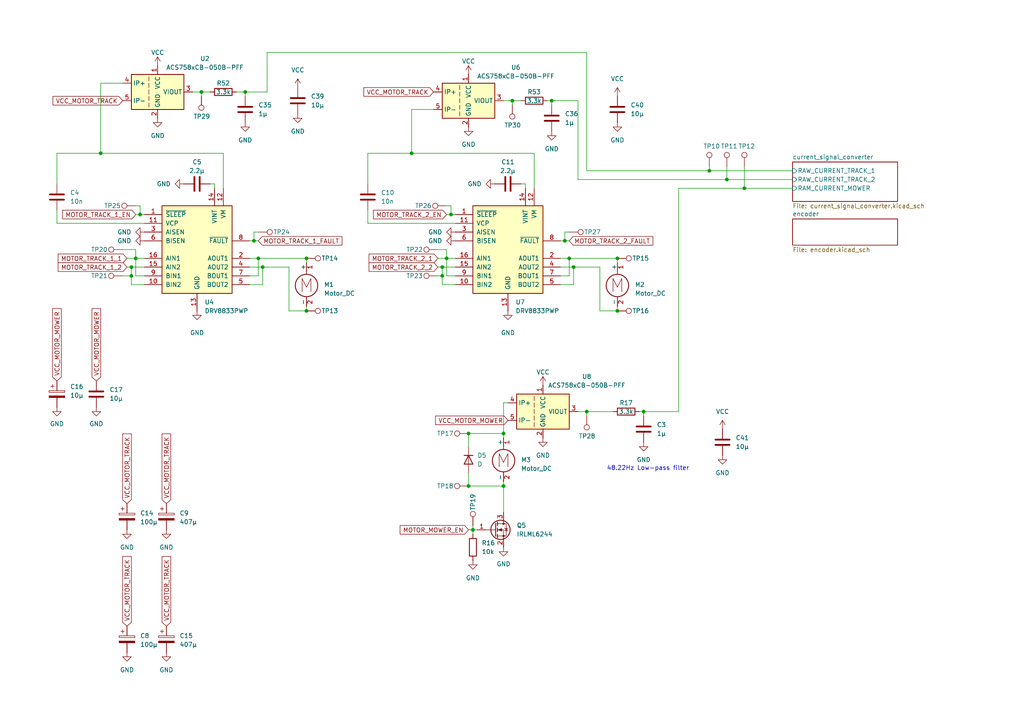
<source format=kicad_sch>
(kicad_sch (version 20231120) (generator "eeschema") (generator_version "8.0")
  (paper "A4")
  (title_block (title "Motor Control") (date "2024-10-11") (rev "V0.2"))
  (lib_symbols
    (symbol "Connector:TestPoint" (pin_numbers hide) (pin_names (offset 0.762) hide)
      (property "Reference" "TP" (at 0 6.858 0))
      (property "Value" "TestPoint" (at 0 5.08 0))
      (symbol "TestPoint_0_1"
        (circle (center 0 3.302) (radius 0.762))
      )
      (symbol "TestPoint_1_1"
        (pin passive line (at 0 0 90) (length 2.54) (name "1") (number "1"))
      )
    )
    (symbol "Device:C" (pin_numbers hide) (pin_names (offset 0.254))
      (property "Reference" "C" (at 0.635 2.54 0))
      (property "Value" "C" (at 0.635 -2.54 0))
      (symbol "C_0_1"
        (polyline (pts (xy -2.032 -0.762) (xy 2.032 -0.762)) (stroke (width 0.508)))
        (polyline (pts (xy -2.032 0.762) (xy 2.032 0.762)) (stroke (width 0.508)))
      )
      (symbol "C_1_1"
        (pin passive line (at 0 3.81 270) (length 2.794) (name "~") (number "1"))
        (pin passive line (at 0 -3.81 90) (length 2.794) (name "~") (number "2"))
      )
    )
    (symbol "Device:C_Polarized" (pin_numbers hide) (pin_names (offset 0.254))
      (property "Reference" "C" (at 0.635 2.54 0))
      (property "Value" "C_Polarized" (at 0.635 -2.54 0))
      (symbol "C_Polarized_0_1"
        (rectangle (start -2.286 0.508) (end 2.286 1.016))
        (polyline (pts (xy -1.778 2.286) (xy -0.762 2.286)))
        (polyline (pts (xy -1.27 2.794) (xy -1.27 1.778)))
        (rectangle (start 2.286 -0.508) (end -2.286 -1.016) (fill (type outline)))
      )
      (symbol "C_Polarized_1_1"
        (pin passive line (at 0 3.81 270) (length 2.794) (name "~") (number "1"))
        (pin passive line (at 0 -3.81 90) (length 2.794) (name "~") (number "2"))
      )
    )
    (symbol "Device:D" (pin_numbers hide) (pin_names (offset 1.016) hide)
      (property "Reference" "D" (at 0 2.54 0))
      (property "Value" "D" (at 0 -2.54 0))
      (symbol "D_0_1"
        (polyline (pts (xy -1.27 1.27) (xy -1.27 -1.27)) (stroke (width 0.254)))
        (polyline (pts (xy 1.27 0) (xy -1.27 0)))
        (polyline (pts (xy 1.27 1.27) (xy 1.27 -1.27) (xy -1.27 0) (xy 1.27 1.27)) (stroke (width 0.254)))
      )
      (symbol "D_1_1"
        (pin passive line (at -3.81 0 0) (length 2.54) (name "K") (number "1"))
        (pin passive line (at 3.81 0 180) (length 2.54) (name "A") (number "2"))
      )
    )
    (symbol "Device:R" (pin_numbers hide) (pin_names (offset 0))
      (property "Reference" "R" (at 2.032 0 90))
      (property "Value" "R" (at 0 0 90))
      (symbol "R_0_1"
        (rectangle (start -1.016 -2.54) (end 1.016 2.54) (stroke (width 0.254)))
      )
      (symbol "R_1_1"
        (pin passive line (at 0 3.81 270) (length 1.27) (name "~") (number "1"))
        (pin passive line (at 0 -3.81 90) (length 1.27) (name "~") (number "2"))
      )
    )
    (symbol "Driver_Motor:DRV8833PWP" (pin_names (offset 1.016))
      (property "Reference" "U" (at -3.81 16.51 0))
      (property "Value" "DRV8833PWP" (at -3.81 13.97 0))
      (symbol "DRV8833PWP_0_1"
        (rectangle (start -10.16 12.7) (end 10.16 -12.7) (stroke (width 0.254)) (fill (type background)))
      )
      (symbol "DRV8833PWP_1_1"
        (pin input line (at -15.24 10.16 0) (length 5.08) (name "~{SLEEP}") (number "1"))
        (pin input line (at -15.24 -10.16 0) (length 5.08) (name "BIN2") (number "10"))
        (pin bidirectional line (at -15.24 7.62 0) (length 5.08) (name "VCP") (number "11"))
        (pin power_in line (at 7.62 17.78 270) (length 5.08) (name "VM") (number "12"))
        (pin power_in line (at 0 -17.78 90) (length 5.08) (name "GND") (number "13"))
        (pin power_in line (at 5.08 17.78 270) (length 5.08) (name "VINT") (number "14"))
        (pin input line (at -15.24 -5.08 0) (length 5.08) (name "AIN2") (number "15"))
        (pin input line (at -15.24 -2.54 0) (length 5.08) (name "AIN1") (number "16"))
        (pin passive line (at 0 -17.78 90) (length 5.08) hide (name "GND") (number "17"))
        (pin power_out line (at 15.24 -2.54 180) (length 5.08) (name "AOUT1") (number "2"))
        (pin bidirectional line (at -15.24 5.08 0) (length 5.08) (name "AISEN") (number "3"))
        (pin power_out line (at 15.24 -5.08 180) (length 5.08) (name "AOUT2") (number "4"))
        (pin power_out line (at 15.24 -10.16 180) (length 5.08) (name "BOUT2") (number "5"))
        (pin bidirectional line (at -15.24 2.54 0) (length 5.08) (name "BISEN") (number "6"))
        (pin power_out line (at 15.24 -7.62 180) (length 5.08) (name "BOUT1") (number "7"))
        (pin open_collector line (at 15.24 2.54 180) (length 5.08) (name "~{FAULT}") (number "8"))
        (pin input line (at -15.24 -7.62 0) (length 5.08) (name "BIN1") (number "9"))
      )
    )
    (symbol "Motor:Motor_DC" (pin_names (offset 0))
      (property "Reference" "M" (at 2.54 2.54 0))
      (property "Value" "Motor_DC" (at 2.54 -5.08 0))
      (symbol "Motor_DC_0_0"
        (polyline (pts (xy -1.27 -3.302) (xy -1.27 0.508) (xy 0 -2.032) (xy 1.27 0.508) (xy 1.27 -3.302)))
      )
      (symbol "Motor_DC_0_1"
        (circle (center 0 -1.524) (radius 3.2512) (stroke (width 0.254)))
        (polyline (pts (xy 0 -7.62) (xy 0 -7.112)))
        (polyline (pts (xy 0 -4.7752) (xy 0 -5.1816)))
        (polyline (pts (xy 0 1.7272) (xy 0 2.0828)))
        (polyline (pts (xy 0 2.032) (xy 0 2.54)))
      )
      (symbol "Motor_DC_1_1"
        (pin passive line (at 0 5.08 270) (length 2.54) (name "+") (number "1"))
        (pin passive line (at 0 -7.62 90) (length 2.54) (name "-") (number "2"))
      )
    )
    (symbol "Sensor_Current:ACS758xCB-050B-PFF"
      (property "Reference" "U" (at -7.62 6.35 0))
      (property "Value" "ACS758xCB-050B-PFF" (at 2.54 6.35 0))
      (symbol "ACS758xCB-050B-PFF_0_1"
        (rectangle (start -7.62 5.08) (end 7.62 -5.08) (stroke (width 0.254)) (fill (type background)))
        (polyline (pts (xy -2.54 -3.175) (xy -2.54 -4.445)))
        (polyline (pts (xy -2.54 -1.27) (xy -2.54 -2.54)))
        (polyline (pts (xy -2.54 0.635) (xy -2.54 -0.635)))
        (polyline (pts (xy -2.54 1.27) (xy -2.54 2.54)))
        (polyline (pts (xy -2.54 3.175) (xy -2.54 4.445)))
      )
      (symbol "ACS758xCB-050B-PFF_1_1"
        (pin power_in line (at 0 7.62 270) (length 2.54) (name "VCC") (number "1"))
        (pin power_in line (at 0 -7.62 90) (length 2.54) (name "GND") (number "2"))
        (pin output line (at 10.16 0 180) (length 2.54) (name "VIOUT") (number "3"))
        (pin passive line (at -10.16 2.54 0) (length 2.54) (name "IP+") (number "4"))
        (pin passive line (at -10.16 -2.54 0) (length 2.54) (name "IP-") (number "5"))
      )
    )
    (symbol "Transistor_FET:IRLML6244" (pin_names hide)
      (property "Reference" "Q" (at 5.08 1.905 0))
      (property "Value" "IRLML6244" (at 5.08 0 0))
      (symbol "IRLML6244_0_1"
        (polyline (pts (xy 0.254 0) (xy -2.54 0)))
        (polyline (pts (xy 0.254 1.905) (xy 0.254 -1.905)) (stroke (width 0.254)))
        (polyline (pts (xy 0.762 -1.27) (xy 0.762 -2.286)) (stroke (width 0.254)))
        (polyline (pts (xy 0.762 0.508) (xy 0.762 -0.508)) (stroke (width 0.254)))
        (polyline (pts (xy 0.762 2.286) (xy 0.762 1.27)) (stroke (width 0.254)))
        (polyline (pts (xy 2.54 2.54) (xy 2.54 1.778)))
        (polyline (pts (xy 2.54 -2.54) (xy 2.54 0) (xy 0.762 0)))
        (polyline (pts (xy 0.762 -1.778) (xy 3.302 -1.778) (xy 3.302 1.778) (xy 0.762 1.778)))
        (polyline (pts (xy 1.016 0) (xy 2.032 0.381) (xy 2.032 -0.381) (xy 1.016 0)) (fill (type outline)))
        (polyline (pts (xy 2.794 0.508) (xy 2.921 0.381) (xy 3.683 0.381) (xy 3.81 0.254)))
        (polyline (pts (xy 3.302 0.381) (xy 2.921 -0.254) (xy 3.683 -0.254) (xy 3.302 0.381)))
        (circle (center 1.651 0) (radius 2.794) (stroke (width 0.254)))
        (circle (center 2.54 -1.778) (radius 0.254) (fill (type outline)))
        (circle (center 2.54 1.778) (radius 0.254) (fill (type outline)))
      )
      (symbol "IRLML6244_1_1"
        (pin input line (at -5.08 0 0) (length 2.54) (name "G") (number "1"))
        (pin passive line (at 2.54 -5.08 90) (length 2.54) (name "S") (number "2"))
        (pin passive line (at 2.54 5.08 270) (length 2.54) (name "D") (number "3"))
      )
    )
    (symbol "power:GND" (power) (pin_numbers hide) (pin_names (offset 0) hide)
      (property "Value" "GND" (at 0 -3.81 0))
      (symbol "GND_0_1"
        (polyline (pts (xy 0 0) (xy 0 -1.27) (xy 1.27 -1.27) (xy 0 -2.54) (xy -1.27 -1.27) (xy 0 -1.27)))
      )
      (symbol "GND_1_1"
        (pin power_in line (at 0 0 270) (length 0) (name "~") (number "1"))
      )
    )
    (symbol "power:VCC" (power) (pin_numbers hide) (pin_names (offset 0) hide)
      (property "Value" "VCC" (at 0 3.556 0))
      (symbol "VCC_0_1"
        (polyline (pts (xy -0.762 1.27) (xy 0 2.54)))
        (polyline (pts (xy 0 0) (xy 0 2.54)))
        (polyline (pts (xy 0 2.54) (xy 0.762 1.27)))
      )
      (symbol "VCC_1_1"
        (pin power_in line (at 0 0 90) (length 0) (name "~") (number "1"))
      )
    )
  )
  (junction (at 88.9 74.93))
  (junction (at 179.07 74.93))
  (junction (at 39.37 74.93))
  (junction (at 128.27 77.47))
  (junction (at 170.18 119.38))
  (junction (at 179.07 90.17))
  (junction (at 74.93 74.93))
  (junction (at 128.27 80.01))
  (junction (at 186.69 119.38))
  (junction (at 88.9 90.17))
  (junction (at 215.9 54.61))
  (junction (at 146.05 125.73))
  (junction (at 160.02 29.21))
  (junction (at 58.42 26.67))
  (junction (at 163.83 69.85))
  (junction (at 205.74 49.53))
  (junction (at 165.1 74.93))
  (junction (at 71.12 26.67))
  (junction (at 148.59 29.21))
  (junction (at 146.05 140.97))
  (junction (at 119.38 44.45))
  (junction (at 76.2 77.47))
  (junction (at 210.82 52.07))
  (junction (at 135.89 125.73))
  (junction (at 29.21 44.45))
  (junction (at 130.81 62.23))
  (junction (at 40.64 62.23))
  (junction (at 129.54 74.93))
  (junction (at 137.16 153.67))
  (junction (at 38.1 80.01))
  (junction (at 73.66 69.85))
  (junction (at 38.1 77.47))
  (junction (at 166.37 77.47))
  (junction (at 135.89 140.97))
  (wire (pts (xy 151.13 53.34) (xy 152.4 53.34)))
  (wire (pts (xy 29.21 44.45) (xy 64.77 44.45)))
  (wire (pts (xy 162.56 77.47) (xy 166.37 77.47)))
  (wire (pts (xy 128.27 80.01) (xy 128.27 77.47)))
  (wire (pts (xy 170.18 49.53) (xy 205.74 49.53)))
  (wire (pts (xy 127 80.01) (xy 128.27 80.01)))
  (wire (pts (xy 16.51 44.45) (xy 29.21 44.45)))
  (wire (pts (xy 58.42 26.67) (xy 55.88 26.67)))
  (wire (pts (xy 40.64 62.23) (xy 41.91 62.23)))
  (wire (pts (xy 76.2 77.47) (xy 83.82 77.47)))
  (wire (pts (xy 173.99 77.47) (xy 173.99 90.17)))
  (wire (pts (xy 60.96 26.67) (xy 58.42 26.67)))
  (wire (pts (xy 160.02 29.21) (xy 160.02 30.48)))
  (wire (pts (xy 16.51 64.77) (xy 16.51 60.96)))
  (wire (pts (xy 146.05 125.73) (xy 146.05 127)))
  (wire (pts (xy 137.16 154.94) (xy 137.16 153.67)))
  (wire (pts (xy 165.1 67.31) (xy 163.83 67.31)))
  (wire (pts (xy 36.83 74.93) (xy 39.37 74.93)))
  (wire (pts (xy 76.2 82.55) (xy 76.2 77.47)))
  (wire (pts (xy 41.91 80.01) (xy 39.37 80.01)))
  (wire (pts (xy 38.1 80.01) (xy 38.1 77.47)))
  (wire (pts (xy 146.05 139.7) (xy 146.05 140.97)))
  (wire (pts (xy 127 77.47) (xy 128.27 77.47)))
  (wire (pts (xy 130.81 59.69) (xy 130.81 62.23)))
  (wire (pts (xy 106.68 53.34) (xy 106.68 44.45)))
  (wire (pts (xy 39.37 59.69) (xy 40.64 59.69)))
  (wire (pts (xy 72.39 80.01) (xy 74.93 80.01)))
  (wire (pts (xy 127 72.39) (xy 129.54 72.39)))
  (wire (pts (xy 60.96 53.34) (xy 62.23 53.34)))
  (wire (pts (xy 72.39 74.93) (xy 74.93 74.93)))
  (wire (pts (xy 167.64 29.21) (xy 167.64 52.07)))
  (wire (pts (xy 129.54 74.93) (xy 132.08 74.93)))
  (wire (pts (xy 39.37 74.93) (xy 41.91 74.93)))
  (wire (pts (xy 167.64 52.07) (xy 210.82 52.07)))
  (wire (pts (xy 119.38 44.45) (xy 154.94 44.45)))
  (wire (pts (xy 146.05 140.97) (xy 135.89 140.97)))
  (wire (pts (xy 152.4 53.34) (xy 152.4 54.61)))
  (wire (pts (xy 179.07 74.93) (xy 179.07 76.2)))
  (wire (pts (xy 41.91 64.77) (xy 16.51 64.77)))
  (wire (pts (xy 173.99 90.17) (xy 179.07 90.17)))
  (wire (pts (xy 77.47 26.67) (xy 77.47 15.24)))
  (wire (pts (xy 130.81 62.23) (xy 132.08 62.23)))
  (wire (pts (xy 77.47 15.24) (xy 170.18 15.24)))
  (wire (pts (xy 177.8 119.38) (xy 170.18 119.38)))
  (wire (pts (xy 170.18 15.24) (xy 170.18 49.53)))
  (wire (pts (xy 129.54 80.01) (xy 129.54 74.93)))
  (wire (pts (xy 135.89 125.73) (xy 146.05 125.73)))
  (wire (pts (xy 39.37 72.39) (xy 39.37 74.93)))
  (wire (pts (xy 40.64 59.69) (xy 40.64 62.23)))
  (wire (pts (xy 58.42 27.94) (xy 58.42 26.67)))
  (wire (pts (xy 166.37 82.55) (xy 166.37 77.47)))
  (wire (pts (xy 64.77 44.45) (xy 64.77 54.61)))
  (wire (pts (xy 165.1 80.01) (xy 165.1 74.93)))
  (wire (pts (xy 127 74.93) (xy 129.54 74.93)))
  (wire (pts (xy 137.16 153.67) (xy 138.43 153.67)))
  (wire (pts (xy 35.56 24.13) (xy 29.21 24.13)))
  (wire (pts (xy 137.16 152.4) (xy 137.16 153.67)))
  (wire (pts (xy 148.59 29.21) (xy 146.05 29.21)))
  (wire (pts (xy 35.56 80.01) (xy 38.1 80.01)))
  (wire (pts (xy 162.56 74.93) (xy 165.1 74.93)))
  (wire (pts (xy 154.94 44.45) (xy 154.94 54.61)))
  (wire (pts (xy 129.54 62.23) (xy 130.81 62.23)))
  (wire (pts (xy 146.05 116.84) (xy 147.32 116.84)))
  (wire (pts (xy 148.59 30.48) (xy 148.59 29.21)))
  (wire (pts (xy 83.82 77.47) (xy 83.82 90.17)))
  (wire (pts (xy 186.69 119.38) (xy 185.42 119.38)))
  (wire (pts (xy 36.83 77.47) (xy 38.1 77.47)))
  (wire (pts (xy 83.82 90.17) (xy 88.9 90.17)))
  (wire (pts (xy 170.18 119.38) (xy 167.64 119.38)))
  (wire (pts (xy 39.37 62.23) (xy 40.64 62.23)))
  (wire (pts (xy 229.87 54.61) (xy 215.9 54.61)))
  (wire (pts (xy 74.93 80.01) (xy 74.93 74.93)))
  (wire (pts (xy 29.21 24.13) (xy 29.21 44.45)))
  (wire (pts (xy 132.08 64.77) (xy 106.68 64.77)))
  (wire (pts (xy 35.56 72.39) (xy 39.37 72.39)))
  (wire (pts (xy 132.08 82.55) (xy 128.27 82.55)))
  (wire (pts (xy 151.13 29.21) (xy 148.59 29.21)))
  (wire (pts (xy 205.74 48.26) (xy 205.74 49.53)))
  (wire (pts (xy 210.82 52.07) (xy 229.87 52.07)))
  (wire (pts (xy 162.56 82.55) (xy 166.37 82.55)))
  (wire (pts (xy 135.89 129.54) (xy 135.89 125.73)))
  (wire (pts (xy 129.54 72.39) (xy 129.54 74.93)))
  (wire (pts (xy 160.02 29.21) (xy 167.64 29.21)))
  (wire (pts (xy 146.05 140.97) (xy 146.05 148.59)))
  (wire (pts (xy 163.83 69.85) (xy 162.56 69.85)))
  (wire (pts (xy 88.9 90.17) (xy 88.9 88.9)))
  (wire (pts (xy 73.66 67.31) (xy 74.93 67.31)))
  (wire (pts (xy 215.9 54.61) (xy 196.85 54.61)))
  (wire (pts (xy 163.83 67.31) (xy 163.83 69.85)))
  (wire (pts (xy 129.54 59.69) (xy 130.81 59.69)))
  (wire (pts (xy 119.38 31.75) (xy 119.38 44.45)))
  (wire (pts (xy 215.9 48.26) (xy 215.9 54.61)))
  (wire (pts (xy 39.37 80.01) (xy 39.37 74.93)))
  (wire (pts (xy 165.1 69.85) (xy 163.83 69.85)))
  (wire (pts (xy 135.89 140.97) (xy 135.89 137.16)))
  (wire (pts (xy 16.51 53.34) (xy 16.51 44.45)))
  (wire (pts (xy 72.39 82.55) (xy 76.2 82.55)))
  (wire (pts (xy 128.27 80.01) (xy 128.27 82.55)))
  (wire (pts (xy 73.66 67.31) (xy 73.66 69.85)))
  (wire (pts (xy 38.1 77.47) (xy 41.91 77.47)))
  (wire (pts (xy 196.85 119.38) (xy 186.69 119.38)))
  (wire (pts (xy 196.85 54.61) (xy 196.85 119.38)))
  (wire (pts (xy 158.75 29.21) (xy 160.02 29.21)))
  (wire (pts (xy 170.18 119.38) (xy 170.18 120.65)))
  (wire (pts (xy 146.05 116.84) (xy 146.05 125.73)))
  (wire (pts (xy 88.9 74.93) (xy 88.9 76.2)))
  (wire (pts (xy 179.07 90.17) (xy 179.07 88.9)))
  (wire (pts (xy 210.82 48.26) (xy 210.82 52.07)))
  (wire (pts (xy 128.27 77.47) (xy 132.08 77.47)))
  (wire (pts (xy 74.93 74.93) (xy 88.9 74.93)))
  (wire (pts (xy 71.12 27.94) (xy 71.12 26.67)))
  (wire (pts (xy 162.56 80.01) (xy 165.1 80.01)))
  (wire (pts (xy 125.73 31.75) (xy 119.38 31.75)))
  (wire (pts (xy 135.89 153.67) (xy 137.16 153.67)))
  (wire (pts (xy 71.12 26.67) (xy 77.47 26.67)))
  (wire (pts (xy 72.39 77.47) (xy 76.2 77.47)))
  (wire (pts (xy 62.23 53.34) (xy 62.23 54.61)))
  (wire (pts (xy 186.69 120.65) (xy 186.69 119.38)))
  (wire (pts (xy 38.1 80.01) (xy 38.1 82.55)))
  (wire (pts (xy 72.39 69.85) (xy 73.66 69.85)))
  (wire (pts (xy 68.58 26.67) (xy 71.12 26.67)))
  (wire (pts (xy 106.68 64.77) (xy 106.68 60.96)))
  (wire (pts (xy 106.68 44.45) (xy 119.38 44.45)))
  (wire (pts (xy 166.37 77.47) (xy 173.99 77.47)))
  (wire (pts (xy 73.66 69.85) (xy 74.93 69.85)))
  (wire (pts (xy 205.74 49.53) (xy 229.87 49.53)))
  (wire (pts (xy 41.91 82.55) (xy 38.1 82.55)))
  (wire (pts (xy 132.08 80.01) (xy 129.54 80.01)))
  (wire (pts (xy 165.1 74.93) (xy 179.07 74.93)))
  (image (at -48.26 85.09))
  (text "48.22Hz Low-pass filter" (at 187.96 135.89 0) (effects (font (size 1.27 1.27))))
  (global_label "VCC_MOTOR_TRACK" (shape input) (at 35.56 29.21 180) (property "Intersheetrefs" "${INTERSHEET_REFS}" (effects (hide yes))))
  (global_label "MOTOR_TRACK_2_2" (shape input) (at 127 77.47 180) (property "Intersheetrefs" "${INTERSHEET_REFS}" (effects (hide yes))))
  (global_label "MOTOR_TRACK_1_2" (shape input) (at 36.83 77.47 180) (property "Intersheetrefs" "${INTERSHEET_REFS}" (effects (hide yes))))
  (global_label "VCC_MOTOR_MOWER" (shape input) (at 27.94 110.49 90) (property "Intersheetrefs" "${INTERSHEET_REFS}" (effects (hide yes))))
  (global_label "VCC_MOTOR_TRACK" (shape input) (at 48.26 181.61 90) (property "Intersheetrefs" "${INTERSHEET_REFS}" (effects (hide yes))))
  (global_label "MOTOR_TRACK_1_FAULT" (shape input) (at 74.93 69.85 0) (property "Intersheetrefs" "${INTERSHEET_REFS}" (effects (hide yes))))
  (global_label "MOTOR_TRACK_2_1" (shape input) (at 127 74.93 180) (property "Intersheetrefs" "${INTERSHEET_REFS}" (effects (hide yes))))
  (global_label "MOTOR_TRACK_1_1" (shape input) (at 36.83 74.93 180) (property "Intersheetrefs" "${INTERSHEET_REFS}" (effects (hide yes))))
  (global_label "VCC_MOTOR_TRACK" (shape input) (at 36.83 146.05 90) (property "Intersheetrefs" "${INTERSHEET_REFS}" (effects (hide yes))))
  (global_label "VCC_MOTOR_MOWER" (shape input) (at 16.51 110.49 90) (property "Intersheetrefs" "${INTERSHEET_REFS}" (effects (hide yes))))
  (global_label "MOTOR_TRACK_2_FAULT" (shape input) (at 165.1 69.85 0) (property "Intersheetrefs" "${INTERSHEET_REFS}" (effects (hide yes))))
  (global_label "MOTOR_TRACK_1_EN" (shape input) (at 39.37 62.23 180) (property "Intersheetrefs" "${INTERSHEET_REFS}" (effects (hide yes))))
  (global_label "MOTOR_TRACK_2_EN" (shape input) (at 129.54 62.23 180) (property "Intersheetrefs" "${INTERSHEET_REFS}" (effects (hide yes))))
  (global_label "VCC_MOTOR_TRACK" (shape input) (at 36.83 181.61 90) (property "Intersheetrefs" "${INTERSHEET_REFS}" (effects (hide yes))))
  (global_label "MOTOR_MOWER_EN" (shape input) (at 135.89 153.67 180) (property "Intersheetrefs" "${INTERSHEET_REFS}" (effects (hide yes))))
  (global_label "VCC_MOTOR_TRACK" (shape input) (at 125.73 26.67 180) (property "Intersheetrefs" "${INTERSHEET_REFS}" (effects (hide yes))))
  (global_label "VCC_MOTOR_TRACK" (shape input) (at 48.26 146.05 90) (property "Intersheetrefs" "${INTERSHEET_REFS}" (effects (hide yes))))
  (global_label "VCC_MOTOR_MOWER" (shape input) (at 147.32 121.92 180) (property "Intersheetrefs" "${INTERSHEET_REFS}" (effects (hide yes))))
  (symbol (lib_id "Connector:TestPoint") (at 129.54 59.69 90) (unit 1)
    (property "Reference" "TP26" (at 125.222 59.69 90) (effects (justify left)))
    (property "Value" "TestPoint" (effects (hide yes)))
    (property "Footprint" "TestPoint:TestPoint_Pad_D1.5mm" (effects (hide yes)))
    (property "Description" "test point" (effects (hide yes)))
  )
  (symbol (lib_id "Connector:TestPoint") (at 127 72.39 90) (unit 1)
    (property "Reference" "TP22" (at 122.682 72.39 90) (effects (justify left)))
    (property "Value" "TestPoint" (effects (hide yes)))
    (property "Footprint" "TestPoint:TestPoint_Pad_D1.5mm" (effects (hide yes)))
    (property "Description" "test point" (effects (hide yes)))
  )
  (symbol (lib_id "power:GND") (at 48.26 153.67 0) (unit 1)
    (property "Reference" "#PWR052" (effects (hide yes)))
    (property "Value" "GND" (at 48.26 158.75 0))
    (property "Description" "Power symbol creates a global label with name \"GND\" , ground" (effects (hide yes)))
  )
  (symbol (lib_id "Device:C") (at 147.32 53.34 90) (unit 1)
    (property "Reference" "C11" (at 147.32 46.99 90))
    (property "Value" "2.2µ" (at 147.32 49.53 90))
    (property "Footprint" "Capacitor_SMD:C_0805_2012Metric_Pad1.18x1.45mm_HandSolder" (effects (hide yes)))
    (property "Description" "Unpolarized capacitor" (effects (hide yes)))
  )
  (symbol (lib_id "power:GND") (at 160.02 38.1 0) (unit 1)
    (property "Reference" "#PWR0140" (effects (hide yes)))
    (property "Value" "GND" (at 160.02 43.18 0))
    (property "Description" "Power symbol creates a global label with name \"GND\" , ground" (effects (hide yes)))
  )
  (symbol (lib_id "Connector:TestPoint") (at 148.59 30.48 180) (unit 1)
    (property "Reference" "TP30" (at 151.13 36.322 0) (effects (justify left)))
    (property "Value" "TestPoint" (effects (hide yes)))
    (property "Footprint" "TestPoint:TestPoint_Pad_D1.5mm" (effects (hide yes)))
    (property "Description" "test point" (effects (hide yes)))
  )
  (symbol (lib_id "power:GND") (at 179.07 35.56 0) (unit 1)
    (property "Reference" "#PWR0152" (effects (hide yes)))
    (property "Value" "GND" (at 179.07 40.64 0))
    (property "Description" "Power symbol creates a global label with name \"GND\" , ground" (effects (hide yes)))
  )
  (symbol (lib_id "Sensor_Current:ACS758xCB-050B-PFF") (at 135.89 29.21 0) (unit 1)
    (property "Reference" "U6" (at 149.606 19.558 0))
    (property "Value" "ACS758xCB-050B-PFF" (at 149.606 22.098 0))
    (property "Footprint" "Sensor_Current:Allegro_CB_PFF" (effects (hide yes)))
    (property "Datasheet" "http://www.allegromicro.com/~/media/Files/Datasheets/ACS758-Datasheet.ashx?la=en" (effects (hide yes)))
    (property "Description" "±50A Bidirectional Hall-Effect Current Sensor, +5.0V supply, 40mV/A, CB-5 PFF" (effects (hide yes)))
  )
  (symbol (lib_id "power:GND") (at 27.94 118.11 0) (unit 1)
    (property "Reference" "#PWR076" (effects (hide yes)))
    (property "Value" "GND" (at 27.94 122.936 0))
    (property "Description" "Power symbol creates a global label with name \"GND\" , ground" (effects (hide yes)))
  )
  (symbol (lib_id "power:GND") (at 209.55 132.08 0) (unit 1)
    (property "Reference" "#PWR0154" (effects (hide yes)))
    (property "Value" "GND" (at 209.55 137.16 0))
    (property "Description" "Power symbol creates a global label with name \"GND\" , ground" (effects (hide yes)))
  )
  (symbol (lib_id "Device:C_Polarized") (at 36.83 149.86 0) (unit 1)
    (property "Reference" "C14" (at 40.64 148.844 0) (effects (justify left)))
    (property "Value" "100µ" (at 40.64 151.384 0) (effects (justify left)))
    (property "Footprint" "Capacitor_THT:CP_Radial_D6.3mm_P2.50mm" (effects (hide yes)))
    (property "Description" "Polarized capacitor" (effects (hide yes)))
  )
  (symbol (lib_id "Driver_Motor:DRV8833PWP") (at 57.15 72.39 0) (unit 1)
    (property "Reference" "U4" (at 59.3441 87.63 0) (effects (justify left)))
    (property "Value" "DRV8833PWP" (at 59.3441 90.17 0) (effects (justify left)))
    (property "Footprint" "Package_SO:HTSSOP-16-1EP_4.4x5mm_P0.65mm_EP3.4x5mm_Mask2.46x2.31mm_ThermalVias" (effects (hide yes)))
    (property "Datasheet" "http://www.ti.com/lit/ds/symlink/drv8833.pdf" (effects (hide yes)))
    (property "Description" "Dual H-Bridge Motor Driver, HTSSOP-16" (effects (hide yes)))
  )
  (symbol (lib_id "power:GND") (at 186.69 128.27 0) (unit 1)
    (property "Reference" "#PWR042" (effects (hide yes)))
    (property "Value" "GND" (at 186.69 133.35 0))
    (property "Description" "Power symbol creates a global label with name \"GND\" , ground" (effects (hide yes)))
  )
  (symbol (lib_id "Connector:TestPoint") (at 210.82 48.26 0) (unit 1)
    (property "Reference" "TP11" (at 209.042 42.418 0) (effects (justify left)))
    (property "Value" "TestPoint" (effects (hide yes)))
    (property "Footprint" "TestPoint:TestPoint_Pad_D1.5mm" (effects (hide yes)))
    (property "Description" "test point" (effects (hide yes)))
  )
  (symbol (lib_id "Connector:TestPoint") (at 58.42 27.94 180) (unit 1)
    (property "Reference" "TP29" (at 60.96 33.782 0) (effects (justify left)))
    (property "Value" "TestPoint" (effects (hide yes)))
    (property "Footprint" "TestPoint:TestPoint_Pad_D1.5mm" (effects (hide yes)))
    (property "Description" "test point" (effects (hide yes)))
  )
  (symbol (lib_id "power:VCC") (at 157.48 111.76 0) (unit 1)
    (property "Reference" "#PWR039" (effects (hide yes)))
    (property "Value" "VCC" (at 157.48 107.95 0))
    (property "Description" "Power symbol creates a global label with name \"VCC\"" (effects (hide yes)))
  )
  (symbol (lib_id "Device:D") (at 135.89 133.35 270) (unit 1)
    (property "Reference" "D5" (at 138.43 132.0799 90) (effects (justify left)))
    (property "Value" "D" (at 138.43 134.6199 90) (effects (justify left)))
    (property "Footprint" "Diode_THT:D_DO-201_P12.70mm_Horizontal" (effects (hide yes)))
    (property "Description" "Diode" (effects (hide yes)))
    (property "Sim.Device" "D" (effects (hide yes)))
    (property "Sim.Pins" "1=K 2=A" (effects (hide yes)))
  )
  (symbol (lib_id "Motor:Motor_DC") (at 146.05 132.08 0) (unit 1)
    (property "Reference" "M3" (at 151.13 133.3499 0) (effects (justify left)))
    (property "Value" "Motor_DC" (at 151.13 135.8899 0) (effects (justify left)))
    (property "Footprint" "Connector_JST:JST_XH_B2B-XH-A_1x02_P2.50mm_Vertical" (effects (hide yes)))
    (property "Description" "DC Motor" (effects (hide yes)))
  )
  (symbol (lib_id "Connector:TestPoint") (at 205.74 48.26 0) (unit 1)
    (property "Reference" "TP10" (at 203.962 42.418 0) (effects (justify left)))
    (property "Value" "TestPoint" (effects (hide yes)))
    (property "Footprint" "TestPoint:TestPoint_Pad_D1.5mm" (effects (hide yes)))
    (property "Description" "test point" (effects (hide yes)))
  )
  (symbol (lib_id "Transistor_FET:IRLML6244") (at 143.51 153.67 0) (unit 1)
    (property "Reference" "Q5" (at 149.86 152.3999 0) (effects (justify left)))
    (property "Value" "IRLML6244" (at 149.86 154.9399 0) (effects (justify left)))
    (property "Footprint" "Package_TO_SOT_SMD:SOT-23" (effects (hide yes)))
    (property "Datasheet" "https://www.infineon.com/dgdl/Infineon-IRLML6244-DataSheet-v01_01-EN.pdf?fileId=5546d462533600a4015356686fed261f" (effects (hide yes)))
    (property "Description" "6.3A Id, 20V Vds, 21mOhm Rds, N-Channel StrongIRFET Power MOSFET, SOT-23" (effects (hide yes)))
  )
  (symbol (lib_id "power:GND") (at 137.16 162.56 0) (unit 1)
    (property "Reference" "#PWR037" (effects (hide yes)))
    (property "Value" "GND" (at 137.16 167.64 0))
    (property "Description" "Power symbol creates a global label with name \"GND\" , ground" (effects (hide yes)))
  )
  (symbol (lib_id "Device:C_Polarized") (at 48.26 185.42 0) (unit 1)
    (property "Reference" "C15" (at 52.07 184.404 0) (effects (justify left)))
    (property "Value" "407µ" (at 52.07 186.944 0) (effects (justify left)))
    (property "Footprint" "Capacitor_THT:CP_Radial_D8.0mm_P3.50mm" (effects (hide yes)))
    (property "Description" "Polarized capacitor" (effects (hide yes)))
  )
  (symbol (lib_id "Device:C") (at 57.15 53.34 90) (unit 1)
    (property "Reference" "C5" (at 57.15 46.99 90))
    (property "Value" "2.2µ" (at 57.15 49.53 90))
    (property "Footprint" "Capacitor_SMD:C_0805_2012Metric_Pad1.18x1.45mm_HandSolder" (effects (hide yes)))
    (property "Description" "Unpolarized capacitor" (effects (hide yes)))
  )
  (symbol (lib_id "Connector:TestPoint") (at 88.9 90.17 270) (unit 1)
    (property "Reference" "TP13" (at 93.218 90.17 90) (effects (justify left)))
    (property "Value" "TestPoint" (effects (hide yes)))
    (property "Footprint" "TestPoint:TestPoint_Pad_D1.5mm" (effects (hide yes)))
    (property "Description" "test point" (effects (hide yes)))
  )
  (symbol (lib_id "power:GND") (at 16.51 118.11 0) (unit 1)
    (property "Reference" "#PWR075" (effects (hide yes)))
    (property "Value" "GND" (at 16.51 122.936 0))
    (property "Description" "Power symbol creates a global label with name \"GND\" , ground" (effects (hide yes)))
  )
  (symbol (lib_id "power:VCC") (at 86.36 25.4 0) (unit 1)
    (property "Reference" "#PWR0149" (effects (hide yes)))
    (property "Value" "VCC" (at 86.36 20.32 0))
    (property "Description" "Power symbol creates a global label with name \"VCC\"" (effects (hide yes)))
  )
  (symbol (lib_id "power:GND") (at 45.72 34.29 0) (unit 1)
    (property "Reference" "#PWR046" (effects (hide yes)))
    (property "Value" "GND" (at 45.72 39.37 0))
    (property "Description" "Power symbol creates a global label with name \"GND\" , ground" (effects (hide yes)))
  )
  (symbol (lib_id "power:GND") (at 147.32 90.17 0) (unit 1)
    (property "Reference" "#PWR058" (effects (hide yes)))
    (property "Value" "GND" (at 147.32 96.52 0))
    (property "Description" "Power symbol creates a global label with name \"GND\" , ground" (effects (hide yes)))
  )
  (symbol (lib_id "Device:C") (at 86.36 29.21 0) (unit 1)
    (property "Reference" "C39" (at 90.17 27.9399 0) (effects (justify left)))
    (property "Value" "10µ" (at 90.17 30.4799 0) (effects (justify left)))
    (property "Footprint" "Capacitor_SMD:C_0805_2012Metric_Pad1.18x1.45mm_HandSolder" (effects (hide yes)))
    (property "Description" "Unpolarized capacitor" (effects (hide yes)))
  )
  (symbol (lib_id "power:GND") (at 36.83 189.23 0) (unit 1)
    (property "Reference" "#PWR061" (effects (hide yes)))
    (property "Value" "GND" (at 36.83 194.31 0))
    (property "Description" "Power symbol creates a global label with name \"GND\" , ground" (effects (hide yes)))
  )
  (symbol (lib_id "Motor:Motor_DC") (at 88.9 81.28 0) (unit 1)
    (property "Reference" "M1" (at 93.98 82.5499 0) (effects (justify left)))
    (property "Value" "Motor_DC" (at 93.98 85.0899 0) (effects (justify left)))
    (property "Footprint" "Connector_JST:JST_XH_B2B-XH-A_1x02_P2.50mm_Vertical" (effects (hide yes)))
    (property "Description" "DC Motor" (effects (hide yes)))
  )
  (symbol (lib_id "Device:C") (at 160.02 34.29 0) (unit 1)
    (property "Reference" "C36" (at 163.83 33.0199 0) (effects (justify left)))
    (property "Value" "1µ" (at 163.83 35.5599 0) (effects (justify left)))
    (property "Footprint" "Capacitor_SMD:C_0805_2012Metric_Pad1.18x1.45mm_HandSolder" (effects (hide yes)))
    (property "Description" "Unpolarized capacitor" (effects (hide yes)))
  )
  (symbol (lib_id "power:VCC") (at 45.72 19.05 0) (unit 1)
    (property "Reference" "#PWR045" (effects (hide yes)))
    (property "Value" "VCC" (at 45.72 15.24 0))
    (property "Description" "Power symbol creates a global label with name \"VCC\"" (effects (hide yes)))
  )
  (symbol (lib_id "Connector:TestPoint") (at 127 80.01 90) (unit 1)
    (property "Reference" "TP23" (at 122.682 80.01 90) (effects (justify left)))
    (property "Value" "TestPoint" (effects (hide yes)))
    (property "Footprint" "TestPoint:TestPoint_Pad_D1.5mm" (effects (hide yes)))
    (property "Description" "test point" (effects (hide yes)))
  )
  (symbol (lib_id "Driver_Motor:DRV8833PWP") (at 147.32 72.39 0) (unit 1)
    (property "Reference" "U7" (at 149.5141 87.63 0) (effects (justify left)))
    (property "Value" "DRV8833PWP" (at 149.5141 90.17 0) (effects (justify left)))
    (property "Footprint" "Package_SO:HTSSOP-16-1EP_4.4x5mm_P0.65mm_EP3.4x5mm_Mask2.46x2.31mm_ThermalVias" (effects (hide yes)))
    (property "Datasheet" "http://www.ti.com/lit/ds/symlink/drv8833.pdf" (effects (hide yes)))
    (property "Description" "Dual H-Bridge Motor Driver, HTSSOP-16" (effects (hide yes)))
  )
  (symbol (lib_id "power:GND") (at 146.05 158.75 0) (unit 1)
    (property "Reference" "#PWR038" (effects (hide yes)))
    (property "Value" "GND" (at 146.05 163.576 0))
    (property "Description" "Power symbol creates a global label with name \"GND\" , ground" (effects (hide yes)))
  )
  (symbol (lib_id "Connector:TestPoint") (at 88.9 74.93 270) (unit 1)
    (property "Reference" "TP14" (at 93.218 74.93 90) (effects (justify left)))
    (property "Value" "TestPoint" (effects (hide yes)))
    (property "Footprint" "TestPoint:TestPoint_Pad_D1.5mm" (effects (hide yes)))
    (property "Description" "test point" (effects (hide yes)))
  )
  (symbol (lib_id "power:GND") (at 57.15 90.17 0) (unit 1)
    (property "Reference" "#PWR048" (effects (hide yes)))
    (property "Value" "GND" (at 57.15 96.52 0))
    (property "Description" "Power symbol creates a global label with name \"GND\" , ground" (effects (hide yes)))
  )
  (symbol (lib_id "Connector:TestPoint") (at 170.18 120.65 180) (unit 1)
    (property "Reference" "TP28" (at 172.72 126.492 0) (effects (justify left)))
    (property "Value" "TestPoint" (effects (hide yes)))
    (property "Footprint" "TestPoint:TestPoint_Pad_D1.5mm" (effects (hide yes)))
    (property "Description" "test point" (effects (hide yes)))
  )
  (symbol (lib_id "Device:R") (at 181.61 119.38 90) (unit 1)
    (property "Reference" "R17" (at 181.61 116.84 90))
    (property "Value" "3.3k" (at 181.61 119.38 90))
    (property "Footprint" "Resistor_SMD:R_0805_2012Metric_Pad1.20x1.40mm_HandSolder" (effects (hide yes)))
    (property "Description" "Resistor" (effects (hide yes)))
  )
  (symbol (lib_id "power:GND") (at 48.26 189.23 0) (unit 1)
    (property "Reference" "#PWR062" (effects (hide yes)))
    (property "Value" "GND" (at 48.26 194.31 0))
    (property "Description" "Power symbol creates a global label with name \"GND\" , ground" (effects (hide yes)))
  )
  (symbol (lib_id "Device:C") (at 209.55 128.27 0) (unit 1)
    (property "Reference" "C41" (at 213.36 126.9999 0) (effects (justify left)))
    (property "Value" "10µ" (at 213.36 129.5399 0) (effects (justify left)))
    (property "Footprint" "Capacitor_SMD:C_0805_2012Metric_Pad1.18x1.45mm_HandSolder" (effects (hide yes)))
    (property "Description" "Unpolarized capacitor" (effects (hide yes)))
  )
  (symbol (lib_id "Connector:TestPoint") (at 135.89 125.73 90) (unit 1)
    (property "Reference" "TP17" (at 131.572 125.73 90) (effects (justify left)))
    (property "Value" "TestPoint" (effects (hide yes)))
    (property "Footprint" "TestPoint:TestPoint_Pad_D1.5mm" (effects (hide yes)))
    (property "Description" "test point" (effects (hide yes)))
  )
  (symbol (lib_id "Device:C") (at 179.07 31.75 0) (unit 1)
    (property "Reference" "C40" (at 182.88 30.4799 0) (effects (justify left)))
    (property "Value" "10µ" (at 182.88 33.0199 0) (effects (justify left)))
    (property "Footprint" "Capacitor_SMD:C_0805_2012Metric_Pad1.18x1.45mm_HandSolder" (effects (hide yes)))
    (property "Description" "Unpolarized capacitor" (effects (hide yes)))
  )
  (symbol (lib_id "Device:C") (at 16.51 57.15 180) (unit 1)
    (property "Reference" "C4" (at 20.32 55.8799 0) (effects (justify right)))
    (property "Value" "10n" (at 20.32 58.4199 0) (effects (justify right)))
    (property "Footprint" "Capacitor_SMD:C_0805_2012Metric_Pad1.18x1.45mm_HandSolder" (effects (hide yes)))
    (property "Description" "Unpolarized capacitor" (effects (hide yes)))
  )
  (symbol (lib_id "power:GND") (at 132.08 67.31 270) (unit 1)
    (property "Reference" "#PWR053" (effects (hide yes)))
    (property "Value" "GND" (at 128.27 67.3099 90) (effects (justify right)))
    (property "Description" "Power symbol creates a global label with name \"GND\" , ground" (effects (hide yes)))
  )
  (symbol (lib_id "power:GND") (at 53.34 53.34 270) (unit 1)
    (property "Reference" "#PWR047" (effects (hide yes)))
    (property "Value" "GND" (at 49.53 53.3399 90) (effects (justify right)))
    (property "Description" "Power symbol creates a global label with name \"GND\" , ground" (effects (hide yes)))
  )
  (symbol (lib_id "power:VCC") (at 179.07 27.94 0) (unit 1)
    (property "Reference" "#PWR0151" (effects (hide yes)))
    (property "Value" "VCC" (at 179.07 22.86 0))
    (property "Description" "Power symbol creates a global label with name \"VCC\"" (effects (hide yes)))
  )
  (symbol (lib_id "Connector:TestPoint") (at 135.89 140.97 90) (unit 1)
    (property "Reference" "TP18" (at 131.572 140.97 90) (effects (justify left)))
    (property "Value" "TestPoint" (effects (hide yes)))
    (property "Footprint" "TestPoint:TestPoint_Pad_D1.5mm" (effects (hide yes)))
    (property "Description" "test point" (effects (hide yes)))
  )
  (symbol (lib_id "Connector:TestPoint") (at 179.07 90.17 270) (unit 1)
    (property "Reference" "TP16" (at 183.388 90.17 90) (effects (justify left)))
    (property "Value" "TestPoint" (effects (hide yes)))
    (property "Footprint" "TestPoint:TestPoint_Pad_D1.5mm" (effects (hide yes)))
    (property "Description" "test point" (effects (hide yes)))
  )
  (symbol (lib_id "power:GND") (at 157.48 127 0) (unit 1)
    (property "Reference" "#PWR041" (effects (hide yes)))
    (property "Value" "GND" (at 157.48 132.08 0))
    (property "Description" "Power symbol creates a global label with name \"GND\" , ground" (effects (hide yes)))
  )
  (symbol (lib_id "power:VCC") (at 209.55 124.46 0) (unit 1)
    (property "Reference" "#PWR0153" (effects (hide yes)))
    (property "Value" "VCC" (at 209.55 119.38 0))
    (property "Description" "Power symbol creates a global label with name \"VCC\"" (effects (hide yes)))
  )
  (symbol (lib_id "Motor:Motor_DC") (at 179.07 81.28 0) (unit 1)
    (property "Reference" "M2" (at 184.15 82.5499 0) (effects (justify left)))
    (property "Value" "Motor_DC" (at 184.15 85.0899 0) (effects (justify left)))
    (property "Footprint" "Connector_JST:JST_XH_B2B-XH-A_1x02_P2.50mm_Vertical" (effects (hide yes)))
    (property "Description" "DC Motor" (effects (hide yes)))
  )
  (symbol (lib_id "Device:C_Polarized") (at 36.83 185.42 0) (unit 1)
    (property "Reference" "C8" (at 40.64 184.404 0) (effects (justify left)))
    (property "Value" "100µ" (at 40.64 186.944 0) (effects (justify left)))
    (property "Footprint" "Capacitor_THT:CP_Radial_D6.3mm_P2.50mm" (effects (hide yes)))
    (property "Description" "Polarized capacitor" (effects (hide yes)))
  )
  (symbol (lib_id "Connector:TestPoint") (at 215.9 48.26 0) (unit 1)
    (property "Reference" "TP12" (at 214.122 42.418 0) (effects (justify left)))
    (property "Value" "TestPoint" (effects (hide yes)))
    (property "Footprint" "TestPoint:TestPoint_Pad_D1.5mm" (effects (hide yes)))
    (property "Description" "test point" (effects (hide yes)))
  )
  (symbol (lib_id "Connector:TestPoint") (at 35.56 80.01 90) (unit 1)
    (property "Reference" "TP21" (at 31.242 80.01 90) (effects (justify left)))
    (property "Value" "TestPoint" (effects (hide yes)))
    (property "Footprint" "TestPoint:TestPoint_Pad_D1.5mm" (effects (hide yes)))
    (property "Description" "test point" (effects (hide yes)))
  )
  (symbol (lib_id "Connector:TestPoint") (at 39.37 59.69 90) (unit 1)
    (property "Reference" "TP25" (at 35.052 59.69 90) (effects (justify left)))
    (property "Value" "TestPoint" (effects (hide yes)))
    (property "Footprint" "TestPoint:TestPoint_Pad_D1.5mm" (effects (hide yes)))
    (property "Description" "test point" (effects (hide yes)))
  )
  (symbol (lib_id "Sensor_Current:ACS758xCB-050B-PFF") (at 157.48 119.38 0) (unit 1)
    (property "Reference" "U8" (at 170.18 109.22 0))
    (property "Value" "ACS758xCB-050B-PFF" (at 170.18 111.76 0))
    (property "Footprint" "Sensor_Current:Allegro_CB_PFF" (effects (hide yes)))
    (property "Datasheet" "http://www.allegromicro.com/~/media/Files/Datasheets/ACS758-Datasheet.ashx?la=en" (effects (hide yes)))
    (property "Description" "±50A Bidirectional Hall-Effect Current Sensor, +5.0V supply, 40mV/A, CB-5 PFF" (effects (hide yes)))
  )
  (symbol (lib_id "power:GND") (at 41.91 69.85 270) (unit 1)
    (property "Reference" "#PWR044" (effects (hide yes)))
    (property "Value" "GND" (at 38.1 69.8499 90) (effects (justify right)))
    (property "Description" "Power symbol creates a global label with name \"GND\" , ground" (effects (hide yes)))
  )
  (symbol (lib_id "power:GND") (at 41.91 67.31 270) (unit 1)
    (property "Reference" "#PWR043" (effects (hide yes)))
    (property "Value" "GND" (at 38.1 67.3099 90) (effects (justify right)))
    (property "Description" "Power symbol creates a global label with name \"GND\" , ground" (effects (hide yes)))
  )
  (symbol (lib_id "Connector:TestPoint") (at 165.1 67.31 270) (unit 1)
    (property "Reference" "TP27" (at 169.418 67.31 90) (effects (justify left)))
    (property "Value" "TestPoint" (effects (hide yes)))
    (property "Footprint" "TestPoint:TestPoint_Pad_D1.5mm" (effects (hide yes)))
    (property "Description" "test point" (effects (hide yes)))
  )
  (symbol (lib_id "Device:R") (at 137.16 158.75 0) (unit 1)
    (property "Reference" "R16" (at 139.7 157.4799 0) (effects (justify left)))
    (property "Value" "10k" (at 139.7 160.0199 0) (effects (justify left)))
    (property "Footprint" "Resistor_SMD:R_0805_2012Metric_Pad1.20x1.40mm_HandSolder" (effects (hide yes)))
    (property "Description" "Resistor" (effects (hide yes)))
  )
  (symbol (lib_id "Device:C") (at 186.69 124.46 0) (unit 1)
    (property "Reference" "C3" (at 190.5 123.1899 0) (effects (justify left)))
    (property "Value" "1µ" (at 190.5 125.7299 0) (effects (justify left)))
    (property "Footprint" "Capacitor_SMD:C_0805_2012Metric" (effects (hide yes)))
    (property "Description" "Unpolarized capacitor" (effects (hide yes)))
  )
  (symbol (lib_id "power:GND") (at 143.51 53.34 270) (unit 1)
    (property "Reference" "#PWR057" (effects (hide yes)))
    (property "Value" "GND" (at 139.7 53.3399 90) (effects (justify right)))
    (property "Description" "Power symbol creates a global label with name \"GND\" , ground" (effects (hide yes)))
  )
  (symbol (lib_id "power:GND") (at 71.12 35.56 0) (unit 1)
    (property "Reference" "#PWR0139" (effects (hide yes)))
    (property "Value" "GND" (at 71.12 40.64 0))
    (property "Description" "Power symbol creates a global label with name \"GND\" , ground" (effects (hide yes)))
  )
  (symbol (lib_id "Device:R") (at 154.94 29.21 90) (unit 1)
    (property "Reference" "R53" (at 154.94 26.67 90))
    (property "Value" "3.3k" (at 154.94 29.21 90))
    (property "Footprint" "Resistor_SMD:R_0805_2012Metric_Pad1.20x1.40mm_HandSolder" (effects (hide yes)))
    (property "Description" "Resistor" (effects (hide yes)))
  )
  (symbol (lib_id "power:GND") (at 36.83 153.67 0) (unit 1)
    (property "Reference" "#PWR051" (effects (hide yes)))
    (property "Value" "GND" (at 36.83 158.75 0))
    (property "Description" "Power symbol creates a global label with name \"GND\" , ground" (effects (hide yes)))
  )
  (symbol (lib_id "power:VCC") (at 135.89 21.59 0) (unit 1)
    (property "Reference" "#PWR055" (effects (hide yes)))
    (property "Value" "VCC" (at 135.89 17.78 0))
    (property "Description" "Power symbol creates a global label with name \"VCC\"" (effects (hide yes)))
  )
  (symbol (lib_id "Connector:TestPoint") (at 137.16 152.4 0) (unit 1)
    (property "Reference" "TP19" (at 137.16 148.082 90) (effects (justify left)))
    (property "Value" "TestPoint" (effects (hide yes)))
    (property "Footprint" "TestPoint:TestPoint_Pad_D1.5mm" (effects (hide yes)))
    (property "Description" "test point" (effects (hide yes)))
  )
  (symbol (lib_id "power:GND") (at 132.08 69.85 270) (unit 1)
    (property "Reference" "#PWR054" (effects (hide yes)))
    (property "Value" "GND" (at 128.27 69.8499 90) (effects (justify right)))
    (property "Description" "Power symbol creates a global label with name \"GND\" , ground" (effects (hide yes)))
  )
  (symbol (lib_id "Device:C") (at 106.68 57.15 180) (unit 1)
    (property "Reference" "C10" (at 110.49 55.8799 0) (effects (justify right)))
    (property "Value" "10n" (at 110.49 58.4199 0) (effects (justify right)))
    (property "Footprint" "Capacitor_SMD:C_0805_2012Metric_Pad1.18x1.45mm_HandSolder" (effects (hide yes)))
    (property "Description" "Unpolarized capacitor" (effects (hide yes)))
  )
  (symbol (lib_id "Connector:TestPoint") (at 74.93 67.31 270) (unit 1)
    (property "Reference" "TP24" (at 79.248 67.31 90) (effects (justify left)))
    (property "Value" "TestPoint" (effects (hide yes)))
    (property "Footprint" "TestPoint:TestPoint_Pad_D1.5mm" (effects (hide yes)))
    (property "Description" "test point" (effects (hide yes)))
  )
  (symbol (lib_id "Device:C_Polarized") (at 16.51 114.3 0) (unit 1)
    (property "Reference" "C16" (at 20.32 112.1409 0) (effects (justify left)))
    (property "Value" "10µ" (at 20.32 114.6809 0) (effects (justify left)))
    (property "Footprint" "Capacitor_THT:CP_Radial_D5.0mm_P2.00mm" (effects (hide yes)))
    (property "Description" "Polarized capacitor" (effects (hide yes)))
  )
  (symbol (lib_id "Sensor_Current:ACS758xCB-050B-PFF") (at 45.72 26.67 0) (unit 1)
    (property "Reference" "U2" (at 59.436 17.018 0))
    (property "Value" "ACS758xCB-050B-PFF" (at 59.436 19.558 0))
    (property "Footprint" "Sensor_Current:Allegro_CB_PFF" (effects (hide yes)))
    (property "Datasheet" "http://www.allegromicro.com/~/media/Files/Datasheets/ACS758-Datasheet.ashx?la=en" (effects (hide yes)))
    (property "Description" "±50A Bidirectional Hall-Effect Current Sensor, +5.0V supply, 40mV/A, CB-5 PFF" (effects (hide yes)))
  )
  (symbol (lib_id "Device:R") (at 64.77 26.67 90) (unit 1)
    (property "Reference" "R52" (at 64.77 24.13 90))
    (property "Value" "3.3k" (at 64.77 26.67 90))
    (property "Footprint" "Resistor_SMD:R_0805_2012Metric_Pad1.20x1.40mm_HandSolder" (effects (hide yes)))
    (property "Description" "Resistor" (effects (hide yes)))
  )
  (symbol (lib_id "power:GND") (at 135.89 36.83 0) (unit 1)
    (property "Reference" "#PWR056" (effects (hide yes)))
    (property "Value" "GND" (at 135.89 41.91 0))
    (property "Description" "Power symbol creates a global label with name \"GND\" , ground" (effects (hide yes)))
  )
  (symbol (lib_id "Device:C") (at 71.12 31.75 0) (unit 1)
    (property "Reference" "C35" (at 74.93 30.4799 0) (effects (justify left)))
    (property "Value" "1µ" (at 74.93 33.0199 0) (effects (justify left)))
    (property "Footprint" "Capacitor_SMD:C_0805_2012Metric_Pad1.18x1.45mm_HandSolder" (effects (hide yes)))
    (property "Description" "Unpolarized capacitor" (effects (hide yes)))
  )
  (symbol (lib_id "Device:C_Polarized") (at 48.26 149.86 0) (unit 1)
    (property "Reference" "C9" (at 52.07 148.844 0) (effects (justify left)))
    (property "Value" "407µ" (at 52.07 151.384 0) (effects (justify left)))
    (property "Footprint" "Capacitor_THT:CP_Radial_D8.0mm_P3.50mm" (effects (hide yes)))
    (property "Description" "Polarized capacitor" (effects (hide yes)))
  )
  (symbol (lib_id "Connector:TestPoint") (at 179.07 74.93 270) (unit 1)
    (property "Reference" "TP15" (at 183.388 74.93 90) (effects (justify left)))
    (property "Value" "TestPoint" (effects (hide yes)))
    (property "Footprint" "TestPoint:TestPoint_Pad_D1.5mm" (effects (hide yes)))
    (property "Description" "test point" (effects (hide yes)))
  )
  (symbol (lib_id "power:GND") (at 86.36 33.02 0) (unit 1)
    (property "Reference" "#PWR0150" (effects (hide yes)))
    (property "Value" "GND" (at 86.36 38.1 0))
    (property "Description" "Power symbol creates a global label with name \"GND\" , ground" (effects (hide yes)))
  )
  (symbol (lib_id "Connector:TestPoint") (at 35.56 72.39 90) (unit 1)
    (property "Reference" "TP20" (at 31.242 72.39 90) (effects (justify left)))
    (property "Value" "TestPoint" (effects (hide yes)))
    (property "Footprint" "TestPoint:TestPoint_Pad_D1.5mm" (effects (hide yes)))
    (property "Description" "test point" (effects (hide yes)))
  )
  (symbol (lib_id "Device:C") (at 27.94 114.3 0) (unit 1)
    (property "Reference" "C17" (at 31.75 113.0299 0) (effects (justify left)))
    (property "Value" "10µ" (at 31.75 115.5699 0) (effects (justify left)))
    (property "Footprint" "Capacitor_SMD:C_0805_2012Metric_Pad1.18x1.45mm_HandSolder" (effects (hide yes)))
    (property "Description" "Unpolarized capacitor" (effects (hide yes)))
  )
  (sheet (at 229.87 63.5) (size 30.48 7.62) (stroke (width 0.1524))
    (property "Sheetname" "encoder" (at 229.87 62.7884 0) (effects (justify left bottom)))
    (property "Sheetfile" "encoder.kicad_sch" (at 229.87 71.7046 0) (effects (justify left top)))
  )
  (sheet (at 229.87 46.99) (size 30.48 11.43) (stroke (width 0.1524))
    (property "Sheetname" "current_signal_converter" (at 229.87 46.2784 0) (effects (justify left bottom)))
    (property "Sheetfile" "current_signal_converter.kicad_sch" (at 229.87 59.0046 0) (effects (justify left top)))
    (pin "RAW_CURRENT_TRACK_2" input (at 229.87 52.07 180))
    (pin "RAM_CURRENT_MOWER" input (at 229.87 54.61 180))
    (pin "RAW_CURRENT_TRACK_1" input (at 229.87 49.53 180))
  )
)
</source>
